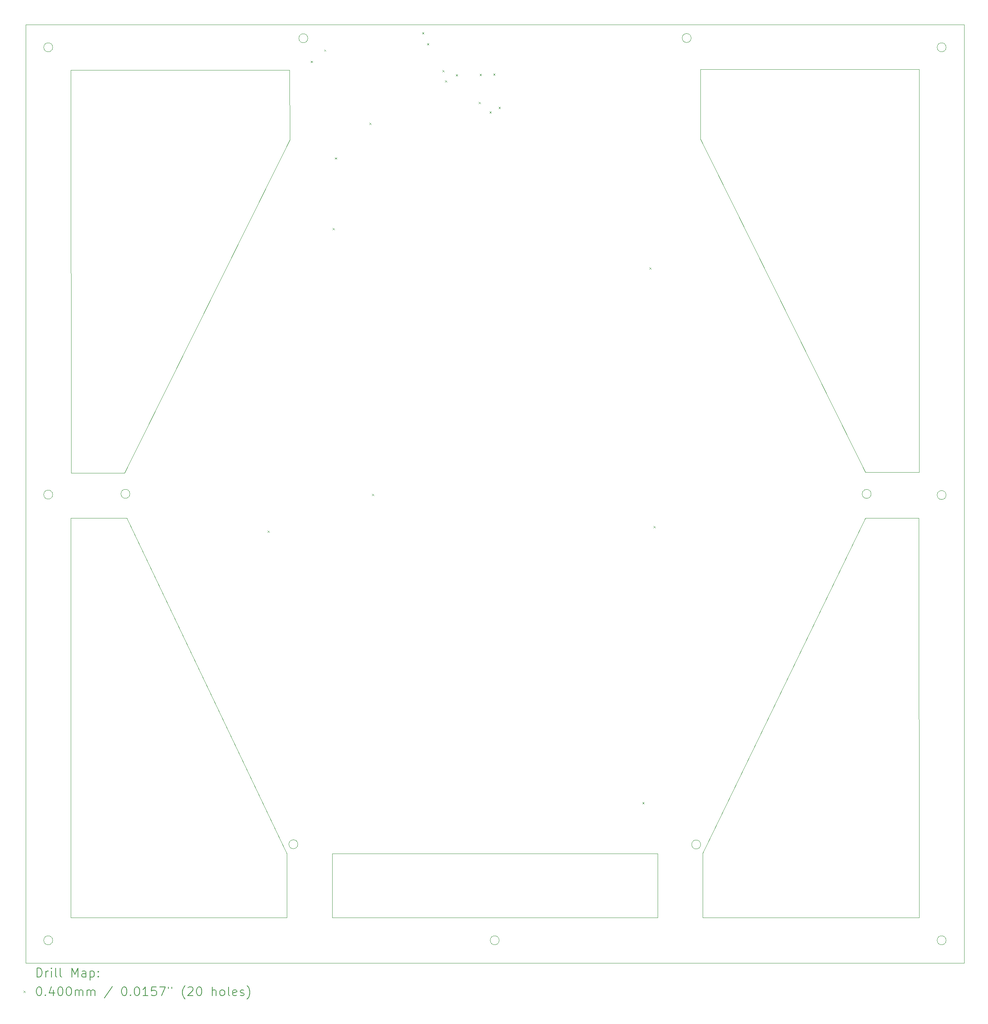
<source format=gbr>
%TF.GenerationSoftware,KiCad,Pcbnew,6.0.11+dfsg-1*%
%TF.CreationDate,2024-04-05T16:30:58+02:00*%
%TF.ProjectId,hexapad,68657861-7061-4642-9e6b-696361645f70,rev?*%
%TF.SameCoordinates,Original*%
%TF.FileFunction,Drillmap*%
%TF.FilePolarity,Positive*%
%FSLAX45Y45*%
G04 Gerber Fmt 4.5, Leading zero omitted, Abs format (unit mm)*
G04 Created by KiCad (PCBNEW 6.0.11+dfsg-1) date 2024-04-05 16:30:58*
%MOMM*%
%LPD*%
G01*
G04 APERTURE LIST*
%ADD10C,0.100000*%
%ADD11C,0.200000*%
%ADD12C,0.040000*%
G04 APERTURE END LIST*
D10*
X13475800Y-22007500D02*
X20765000Y-22007500D01*
X20765000Y-22007500D02*
X20765000Y-23445000D01*
X20765000Y-23445000D02*
X13475800Y-23445000D01*
X13475800Y-23445000D02*
X13475800Y-22007500D01*
X26614558Y-4475594D02*
X26609558Y-13484994D01*
X25409958Y-13485394D01*
X21714958Y-6032894D01*
X21717499Y-4475400D01*
X26614599Y-4475200D01*
X26614558Y-4475594D01*
X26609600Y-23444600D02*
X21772500Y-23442500D01*
X21772500Y-22005000D01*
X25407500Y-14510000D01*
X26604600Y-14510000D01*
X26609600Y-23444600D01*
X12462500Y-22007500D02*
X12462500Y-23445000D01*
X7627900Y-23444600D01*
X7632900Y-14510000D01*
X8880000Y-14510000D01*
X12462500Y-22007500D01*
X12527459Y-4490199D02*
X12530000Y-6047694D01*
X8835000Y-13500194D01*
X7635400Y-13499794D01*
X7630400Y-4490394D01*
X7630359Y-4489999D01*
X12527459Y-4490199D01*
X27215000Y-13995000D02*
G75*
G03*
X27215000Y-13995000I-100000J0D01*
G01*
X17215000Y-23950000D02*
G75*
G03*
X17215000Y-23950000I-100000J0D01*
G01*
X25537500Y-13970000D02*
G75*
G03*
X25537500Y-13970000I-100000J0D01*
G01*
X8952500Y-13967500D02*
G75*
G03*
X8952500Y-13967500I-100000J0D01*
G01*
X27215000Y-3985000D02*
G75*
G03*
X27215000Y-3985000I-100000J0D01*
G01*
X7225000Y-13985000D02*
G75*
G03*
X7225000Y-13985000I-100000J0D01*
G01*
X7225000Y-23950000D02*
G75*
G03*
X7225000Y-23950000I-100000J0D01*
G01*
X21510000Y-3777500D02*
G75*
G03*
X21510000Y-3777500I-100000J0D01*
G01*
X7225000Y-3985000D02*
G75*
G03*
X7225000Y-3985000I-100000J0D01*
G01*
X12932500Y-3782500D02*
G75*
G03*
X12932500Y-3782500I-100000J0D01*
G01*
X21722500Y-21807500D02*
G75*
G03*
X21722500Y-21807500I-100000J0D01*
G01*
X12710000Y-21802500D02*
G75*
G03*
X12710000Y-21802500I-100000J0D01*
G01*
X27215000Y-23950000D02*
G75*
G03*
X27215000Y-23950000I-100000J0D01*
G01*
X6619600Y-3479800D02*
X27619600Y-3479800D01*
X27619600Y-3479800D02*
X27619600Y-24454400D01*
X27619600Y-24454400D02*
X6619600Y-24454400D01*
X6619600Y-24454400D02*
X6619600Y-3479800D01*
D11*
D12*
X12032223Y-14789665D02*
X12072223Y-14829665D01*
X12072223Y-14789665D02*
X12032223Y-14829665D01*
X12998951Y-4288049D02*
X13038951Y-4328049D01*
X13038951Y-4288049D02*
X12998951Y-4328049D01*
X13299551Y-4034049D02*
X13339551Y-4074049D01*
X13339551Y-4034049D02*
X13299551Y-4074049D01*
X13491223Y-8023665D02*
X13531223Y-8063665D01*
X13531223Y-8023665D02*
X13491223Y-8063665D01*
X13539223Y-6446665D02*
X13579223Y-6486665D01*
X13579223Y-6446665D02*
X13539223Y-6486665D01*
X14309000Y-5674000D02*
X14349000Y-5714000D01*
X14349000Y-5674000D02*
X14309000Y-5714000D01*
X14367223Y-13971665D02*
X14407223Y-14011665D01*
X14407223Y-13971665D02*
X14367223Y-14011665D01*
X15493000Y-3648000D02*
X15533000Y-3688000D01*
X15533000Y-3648000D02*
X15493000Y-3688000D01*
X15601000Y-3895000D02*
X15641000Y-3935000D01*
X15641000Y-3895000D02*
X15601000Y-3935000D01*
X15944000Y-4497000D02*
X15984000Y-4537000D01*
X15984000Y-4497000D02*
X15944000Y-4537000D01*
X16005000Y-4721000D02*
X16045000Y-4761000D01*
X16045000Y-4721000D02*
X16005000Y-4761000D01*
X16244600Y-4585000D02*
X16284600Y-4625000D01*
X16284600Y-4585000D02*
X16244600Y-4625000D01*
X16756800Y-5206000D02*
X16796800Y-5246000D01*
X16796800Y-5206000D02*
X16756800Y-5246000D01*
X16779000Y-4581000D02*
X16819000Y-4621000D01*
X16819000Y-4581000D02*
X16779000Y-4621000D01*
X16999450Y-5420550D02*
X17039450Y-5460550D01*
X17039450Y-5420550D02*
X16999450Y-5460550D01*
X17082700Y-4568700D02*
X17122700Y-4608700D01*
X17122700Y-4568700D02*
X17082700Y-4608700D01*
X17202650Y-5318950D02*
X17242650Y-5358950D01*
X17242650Y-5318950D02*
X17202650Y-5358950D01*
X20420223Y-20862665D02*
X20460223Y-20902665D01*
X20460223Y-20862665D02*
X20420223Y-20902665D01*
X20575223Y-8907665D02*
X20615223Y-8947665D01*
X20615223Y-8907665D02*
X20575223Y-8947665D01*
X20670223Y-14685665D02*
X20710223Y-14725665D01*
X20710223Y-14685665D02*
X20670223Y-14725665D01*
D11*
X6872219Y-24769876D02*
X6872219Y-24569876D01*
X6919838Y-24569876D01*
X6948409Y-24579400D01*
X6967457Y-24598448D01*
X6976981Y-24617495D01*
X6986505Y-24655590D01*
X6986505Y-24684162D01*
X6976981Y-24722257D01*
X6967457Y-24741305D01*
X6948409Y-24760352D01*
X6919838Y-24769876D01*
X6872219Y-24769876D01*
X7072219Y-24769876D02*
X7072219Y-24636543D01*
X7072219Y-24674638D02*
X7081743Y-24655590D01*
X7091267Y-24646067D01*
X7110314Y-24636543D01*
X7129362Y-24636543D01*
X7196028Y-24769876D02*
X7196028Y-24636543D01*
X7196028Y-24569876D02*
X7186505Y-24579400D01*
X7196028Y-24588924D01*
X7205552Y-24579400D01*
X7196028Y-24569876D01*
X7196028Y-24588924D01*
X7319838Y-24769876D02*
X7300790Y-24760352D01*
X7291267Y-24741305D01*
X7291267Y-24569876D01*
X7424600Y-24769876D02*
X7405552Y-24760352D01*
X7396028Y-24741305D01*
X7396028Y-24569876D01*
X7653171Y-24769876D02*
X7653171Y-24569876D01*
X7719838Y-24712733D01*
X7786505Y-24569876D01*
X7786505Y-24769876D01*
X7967457Y-24769876D02*
X7967457Y-24665114D01*
X7957933Y-24646067D01*
X7938886Y-24636543D01*
X7900790Y-24636543D01*
X7881743Y-24646067D01*
X7967457Y-24760352D02*
X7948409Y-24769876D01*
X7900790Y-24769876D01*
X7881743Y-24760352D01*
X7872219Y-24741305D01*
X7872219Y-24722257D01*
X7881743Y-24703209D01*
X7900790Y-24693686D01*
X7948409Y-24693686D01*
X7967457Y-24684162D01*
X8062695Y-24636543D02*
X8062695Y-24836543D01*
X8062695Y-24646067D02*
X8081743Y-24636543D01*
X8119838Y-24636543D01*
X8138886Y-24646067D01*
X8148409Y-24655590D01*
X8157933Y-24674638D01*
X8157933Y-24731781D01*
X8148409Y-24750828D01*
X8138886Y-24760352D01*
X8119838Y-24769876D01*
X8081743Y-24769876D01*
X8062695Y-24760352D01*
X8243648Y-24750828D02*
X8253171Y-24760352D01*
X8243648Y-24769876D01*
X8234124Y-24760352D01*
X8243648Y-24750828D01*
X8243648Y-24769876D01*
X8243648Y-24646067D02*
X8253171Y-24655590D01*
X8243648Y-24665114D01*
X8234124Y-24655590D01*
X8243648Y-24646067D01*
X8243648Y-24665114D01*
D12*
X6574600Y-25079400D02*
X6614600Y-25119400D01*
X6614600Y-25079400D02*
X6574600Y-25119400D01*
D11*
X6910314Y-24989876D02*
X6929362Y-24989876D01*
X6948409Y-24999400D01*
X6957933Y-25008924D01*
X6967457Y-25027971D01*
X6976981Y-25066067D01*
X6976981Y-25113686D01*
X6967457Y-25151781D01*
X6957933Y-25170828D01*
X6948409Y-25180352D01*
X6929362Y-25189876D01*
X6910314Y-25189876D01*
X6891267Y-25180352D01*
X6881743Y-25170828D01*
X6872219Y-25151781D01*
X6862695Y-25113686D01*
X6862695Y-25066067D01*
X6872219Y-25027971D01*
X6881743Y-25008924D01*
X6891267Y-24999400D01*
X6910314Y-24989876D01*
X7062695Y-25170828D02*
X7072219Y-25180352D01*
X7062695Y-25189876D01*
X7053171Y-25180352D01*
X7062695Y-25170828D01*
X7062695Y-25189876D01*
X7243648Y-25056543D02*
X7243648Y-25189876D01*
X7196028Y-24980352D02*
X7148409Y-25123209D01*
X7272219Y-25123209D01*
X7386505Y-24989876D02*
X7405552Y-24989876D01*
X7424600Y-24999400D01*
X7434124Y-25008924D01*
X7443648Y-25027971D01*
X7453171Y-25066067D01*
X7453171Y-25113686D01*
X7443648Y-25151781D01*
X7434124Y-25170828D01*
X7424600Y-25180352D01*
X7405552Y-25189876D01*
X7386505Y-25189876D01*
X7367457Y-25180352D01*
X7357933Y-25170828D01*
X7348409Y-25151781D01*
X7338886Y-25113686D01*
X7338886Y-25066067D01*
X7348409Y-25027971D01*
X7357933Y-25008924D01*
X7367457Y-24999400D01*
X7386505Y-24989876D01*
X7576981Y-24989876D02*
X7596028Y-24989876D01*
X7615076Y-24999400D01*
X7624600Y-25008924D01*
X7634124Y-25027971D01*
X7643648Y-25066067D01*
X7643648Y-25113686D01*
X7634124Y-25151781D01*
X7624600Y-25170828D01*
X7615076Y-25180352D01*
X7596028Y-25189876D01*
X7576981Y-25189876D01*
X7557933Y-25180352D01*
X7548409Y-25170828D01*
X7538886Y-25151781D01*
X7529362Y-25113686D01*
X7529362Y-25066067D01*
X7538886Y-25027971D01*
X7548409Y-25008924D01*
X7557933Y-24999400D01*
X7576981Y-24989876D01*
X7729362Y-25189876D02*
X7729362Y-25056543D01*
X7729362Y-25075590D02*
X7738886Y-25066067D01*
X7757933Y-25056543D01*
X7786505Y-25056543D01*
X7805552Y-25066067D01*
X7815076Y-25085114D01*
X7815076Y-25189876D01*
X7815076Y-25085114D02*
X7824600Y-25066067D01*
X7843648Y-25056543D01*
X7872219Y-25056543D01*
X7891267Y-25066067D01*
X7900790Y-25085114D01*
X7900790Y-25189876D01*
X7996028Y-25189876D02*
X7996028Y-25056543D01*
X7996028Y-25075590D02*
X8005552Y-25066067D01*
X8024600Y-25056543D01*
X8053171Y-25056543D01*
X8072219Y-25066067D01*
X8081743Y-25085114D01*
X8081743Y-25189876D01*
X8081743Y-25085114D02*
X8091267Y-25066067D01*
X8110314Y-25056543D01*
X8138886Y-25056543D01*
X8157933Y-25066067D01*
X8167457Y-25085114D01*
X8167457Y-25189876D01*
X8557933Y-24980352D02*
X8386505Y-25237495D01*
X8815076Y-24989876D02*
X8834124Y-24989876D01*
X8853171Y-24999400D01*
X8862695Y-25008924D01*
X8872219Y-25027971D01*
X8881743Y-25066067D01*
X8881743Y-25113686D01*
X8872219Y-25151781D01*
X8862695Y-25170828D01*
X8853171Y-25180352D01*
X8834124Y-25189876D01*
X8815076Y-25189876D01*
X8796029Y-25180352D01*
X8786505Y-25170828D01*
X8776981Y-25151781D01*
X8767457Y-25113686D01*
X8767457Y-25066067D01*
X8776981Y-25027971D01*
X8786505Y-25008924D01*
X8796029Y-24999400D01*
X8815076Y-24989876D01*
X8967457Y-25170828D02*
X8976981Y-25180352D01*
X8967457Y-25189876D01*
X8957933Y-25180352D01*
X8967457Y-25170828D01*
X8967457Y-25189876D01*
X9100790Y-24989876D02*
X9119838Y-24989876D01*
X9138886Y-24999400D01*
X9148410Y-25008924D01*
X9157933Y-25027971D01*
X9167457Y-25066067D01*
X9167457Y-25113686D01*
X9157933Y-25151781D01*
X9148410Y-25170828D01*
X9138886Y-25180352D01*
X9119838Y-25189876D01*
X9100790Y-25189876D01*
X9081743Y-25180352D01*
X9072219Y-25170828D01*
X9062695Y-25151781D01*
X9053171Y-25113686D01*
X9053171Y-25066067D01*
X9062695Y-25027971D01*
X9072219Y-25008924D01*
X9081743Y-24999400D01*
X9100790Y-24989876D01*
X9357933Y-25189876D02*
X9243648Y-25189876D01*
X9300790Y-25189876D02*
X9300790Y-24989876D01*
X9281743Y-25018448D01*
X9262695Y-25037495D01*
X9243648Y-25047019D01*
X9538886Y-24989876D02*
X9443648Y-24989876D01*
X9434124Y-25085114D01*
X9443648Y-25075590D01*
X9462695Y-25066067D01*
X9510314Y-25066067D01*
X9529362Y-25075590D01*
X9538886Y-25085114D01*
X9548410Y-25104162D01*
X9548410Y-25151781D01*
X9538886Y-25170828D01*
X9529362Y-25180352D01*
X9510314Y-25189876D01*
X9462695Y-25189876D01*
X9443648Y-25180352D01*
X9434124Y-25170828D01*
X9615076Y-24989876D02*
X9748410Y-24989876D01*
X9662695Y-25189876D01*
X9815076Y-24989876D02*
X9815076Y-25027971D01*
X9891267Y-24989876D02*
X9891267Y-25027971D01*
X10186505Y-25266067D02*
X10176981Y-25256543D01*
X10157933Y-25227971D01*
X10148410Y-25208924D01*
X10138886Y-25180352D01*
X10129362Y-25132733D01*
X10129362Y-25094638D01*
X10138886Y-25047019D01*
X10148410Y-25018448D01*
X10157933Y-24999400D01*
X10176981Y-24970828D01*
X10186505Y-24961305D01*
X10253171Y-25008924D02*
X10262695Y-24999400D01*
X10281743Y-24989876D01*
X10329362Y-24989876D01*
X10348410Y-24999400D01*
X10357933Y-25008924D01*
X10367457Y-25027971D01*
X10367457Y-25047019D01*
X10357933Y-25075590D01*
X10243648Y-25189876D01*
X10367457Y-25189876D01*
X10491267Y-24989876D02*
X10510314Y-24989876D01*
X10529362Y-24999400D01*
X10538886Y-25008924D01*
X10548410Y-25027971D01*
X10557933Y-25066067D01*
X10557933Y-25113686D01*
X10548410Y-25151781D01*
X10538886Y-25170828D01*
X10529362Y-25180352D01*
X10510314Y-25189876D01*
X10491267Y-25189876D01*
X10472219Y-25180352D01*
X10462695Y-25170828D01*
X10453171Y-25151781D01*
X10443648Y-25113686D01*
X10443648Y-25066067D01*
X10453171Y-25027971D01*
X10462695Y-25008924D01*
X10472219Y-24999400D01*
X10491267Y-24989876D01*
X10796029Y-25189876D02*
X10796029Y-24989876D01*
X10881743Y-25189876D02*
X10881743Y-25085114D01*
X10872219Y-25066067D01*
X10853171Y-25056543D01*
X10824600Y-25056543D01*
X10805552Y-25066067D01*
X10796029Y-25075590D01*
X11005552Y-25189876D02*
X10986505Y-25180352D01*
X10976981Y-25170828D01*
X10967457Y-25151781D01*
X10967457Y-25094638D01*
X10976981Y-25075590D01*
X10986505Y-25066067D01*
X11005552Y-25056543D01*
X11034124Y-25056543D01*
X11053171Y-25066067D01*
X11062695Y-25075590D01*
X11072219Y-25094638D01*
X11072219Y-25151781D01*
X11062695Y-25170828D01*
X11053171Y-25180352D01*
X11034124Y-25189876D01*
X11005552Y-25189876D01*
X11186505Y-25189876D02*
X11167457Y-25180352D01*
X11157933Y-25161305D01*
X11157933Y-24989876D01*
X11338886Y-25180352D02*
X11319838Y-25189876D01*
X11281743Y-25189876D01*
X11262695Y-25180352D01*
X11253171Y-25161305D01*
X11253171Y-25085114D01*
X11262695Y-25066067D01*
X11281743Y-25056543D01*
X11319838Y-25056543D01*
X11338886Y-25066067D01*
X11348409Y-25085114D01*
X11348409Y-25104162D01*
X11253171Y-25123209D01*
X11424600Y-25180352D02*
X11443648Y-25189876D01*
X11481743Y-25189876D01*
X11500790Y-25180352D01*
X11510314Y-25161305D01*
X11510314Y-25151781D01*
X11500790Y-25132733D01*
X11481743Y-25123209D01*
X11453171Y-25123209D01*
X11434124Y-25113686D01*
X11424600Y-25094638D01*
X11424600Y-25085114D01*
X11434124Y-25066067D01*
X11453171Y-25056543D01*
X11481743Y-25056543D01*
X11500790Y-25066067D01*
X11576981Y-25266067D02*
X11586505Y-25256543D01*
X11605552Y-25227971D01*
X11615076Y-25208924D01*
X11624600Y-25180352D01*
X11634124Y-25132733D01*
X11634124Y-25094638D01*
X11624600Y-25047019D01*
X11615076Y-25018448D01*
X11605552Y-24999400D01*
X11586505Y-24970828D01*
X11576981Y-24961305D01*
M02*

</source>
